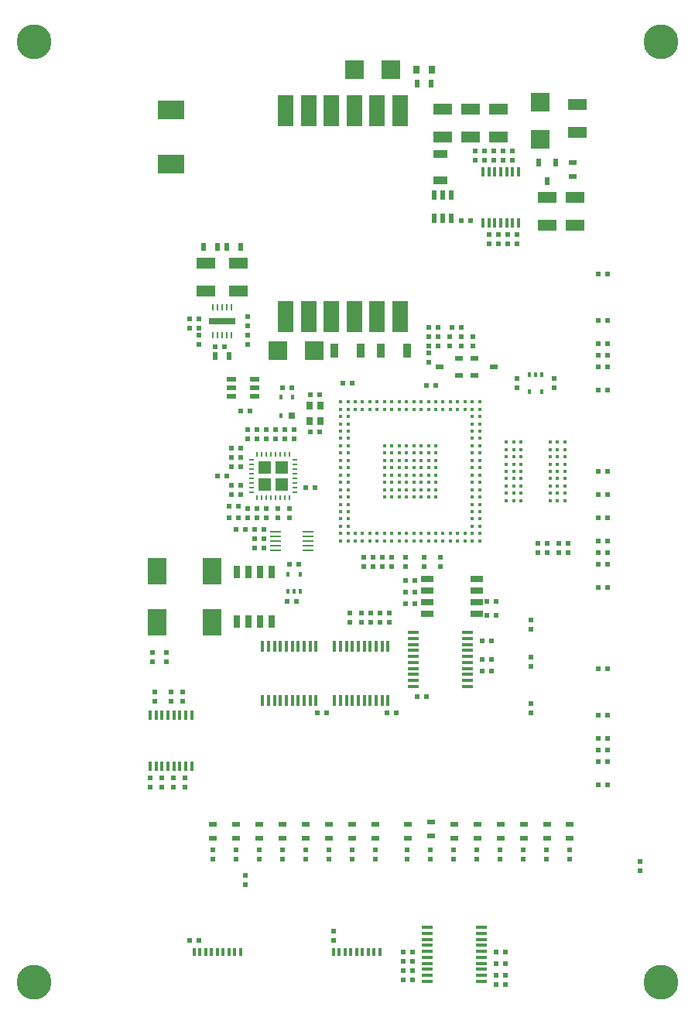
<source format=gtp>
G04 (created by PCBNEW-RS274X (2010-03-14)-final) date Sat 22 Oct 2011 03:19:01 PM EDT*
G01*
G70*
G90*
%MOIN*%
G04 Gerber Fmt 3.4, Leading zero omitted, Abs format*
%FSLAX34Y34*%
G04 APERTURE LIST*
%ADD10C,0.001000*%
%ADD11R,0.019700X0.023600*%
%ADD12R,0.023600X0.019700*%
%ADD13R,0.023600X0.035400*%
%ADD14R,0.082700X0.049200*%
%ADD15C,0.150000*%
%ADD16R,0.078700X0.118100*%
%ADD17R,0.118100X0.078700*%
%ADD18R,0.031500X0.035400*%
%ADD19C,0.015700*%
%ADD20R,0.047200X0.009800*%
%ADD21R,0.010200X0.031500*%
%ADD22R,0.118100X0.029500*%
%ADD23R,0.023600X0.009800*%
%ADD24R,0.009800X0.023600*%
%ADD25R,0.055100X0.055100*%
%ADD26R,0.016500X0.023600*%
%ADD27R,0.031500X0.027600*%
%ADD28R,0.015700X0.023600*%
%ADD29R,0.027600X0.055100*%
%ADD30R,0.023600X0.033500*%
%ADD31R,0.042000X0.023600*%
%ADD32R,0.013800X0.039400*%
%ADD33R,0.051200X0.013800*%
%ADD34R,0.013800X0.051200*%
%ADD35R,0.033500X0.023600*%
%ADD36R,0.055100X0.027600*%
%ADD37R,0.035400X0.023600*%
%ADD38R,0.063000X0.035400*%
%ADD39R,0.013000X0.032000*%
%ADD40R,0.035400X0.063000*%
%ADD41R,0.078700X0.078700*%
%ADD42R,0.027600X0.037400*%
%ADD43R,0.068900X0.135000*%
%ADD44R,0.023600X0.042000*%
G04 APERTURE END LIST*
G54D10*
G54D11*
X00897Y-13300D03*
X00503Y-13300D03*
X00897Y-12900D03*
X00503Y-12900D03*
X00097Y-12500D03*
X-00297Y-12500D03*
X00897Y-12500D03*
X00503Y-12500D03*
X02397Y-14000D03*
X02003Y-14000D03*
G54D12*
X-03900Y-17803D03*
X-03900Y-18197D03*
X-03300Y-18197D03*
X-03300Y-17803D03*
G54D11*
X02297Y-15600D03*
X01903Y-15600D03*
X-02297Y-30200D03*
X-01903Y-30200D03*
X11297Y-31700D03*
X10903Y-31700D03*
X10903Y-30700D03*
X11297Y-30700D03*
G54D12*
X08000Y-04903D03*
X08000Y-05297D03*
X08900Y-04203D03*
X08900Y-04597D03*
G54D11*
X10303Y-17300D03*
X10697Y-17300D03*
X06903Y-31900D03*
X07297Y-31900D03*
G54D12*
X11400Y-00197D03*
X11400Y00197D03*
X17100Y-26803D03*
X17100Y-27197D03*
X09400Y-04203D03*
X09400Y-04597D03*
X10600Y-00197D03*
X10600Y00197D03*
G54D11*
X02097Y-06400D03*
X01703Y-06400D03*
G54D12*
X12400Y-18003D03*
X12400Y-18397D03*
X12400Y-20397D03*
X12400Y-20003D03*
X12400Y-16403D03*
X12400Y-16797D03*
X00200Y-03732D03*
X00200Y-03338D03*
X00200Y-04532D03*
X00200Y-04138D03*
X-01900Y-03438D03*
X-01900Y-03832D03*
X-01900Y-04138D03*
X-01900Y-04532D03*
X-02300Y-03832D03*
X-02300Y-03438D03*
G54D11*
X-00803Y-04635D03*
X-01197Y-04635D03*
X00297Y-07400D03*
X-00097Y-07400D03*
G54D12*
X05690Y-26707D03*
X05690Y-26313D03*
X04690Y-26707D03*
X04690Y-26313D03*
X03690Y-26707D03*
X03690Y-26313D03*
X02690Y-26707D03*
X02690Y-26313D03*
X-04000Y-23597D03*
X-04000Y-23203D03*
X-02500Y-23203D03*
X-02500Y-23597D03*
X-03800Y-19503D03*
X-03800Y-19897D03*
X-03500Y-23203D03*
X-03500Y-23597D03*
X-03000Y-23203D03*
X-03000Y-23597D03*
X01690Y-26707D03*
X01690Y-26313D03*
X00690Y-26707D03*
X00690Y-26313D03*
X-00310Y-26707D03*
X-00310Y-26313D03*
X-01310Y-26707D03*
X-01310Y-26313D03*
G54D11*
X07897Y-19700D03*
X07503Y-19700D03*
X03597Y-20400D03*
X03203Y-20400D03*
X07397Y-15200D03*
X07003Y-15200D03*
X07397Y-14700D03*
X07003Y-14700D03*
X07397Y-15700D03*
X07003Y-15700D03*
X06597Y-20400D03*
X06203Y-20400D03*
G54D12*
X07083Y-26693D03*
X07083Y-26299D03*
X08083Y-26693D03*
X08083Y-26299D03*
X09083Y-26693D03*
X09083Y-26299D03*
X10083Y-26693D03*
X10083Y-26299D03*
X11083Y-26693D03*
X11083Y-26299D03*
X12083Y-26693D03*
X12083Y-26299D03*
X13083Y-26693D03*
X13083Y-26299D03*
X14083Y-26693D03*
X14083Y-26299D03*
X-03100Y-19897D03*
X-03100Y-19503D03*
X-02600Y-19897D03*
X-02600Y-19503D03*
G54D11*
X08297Y-06300D03*
X07903Y-06300D03*
X04697Y-06200D03*
X04303Y-06200D03*
G54D12*
X01000Y-11603D03*
X01000Y-11997D03*
X00600Y-11603D03*
X00600Y-11997D03*
X00200Y-11603D03*
X00200Y-11997D03*
G54D11*
X02703Y-10700D03*
X03097Y-10700D03*
X-00103Y-11000D03*
X-00497Y-11000D03*
G54D12*
X01500Y-11603D03*
X01500Y-11997D03*
G54D11*
X-00103Y-10600D03*
X-00497Y-10600D03*
G54D12*
X02000Y-11603D03*
X02000Y-11997D03*
G54D11*
X-00103Y-09800D03*
X-00497Y-09800D03*
X-00103Y-09400D03*
X-00497Y-09400D03*
G54D12*
X00200Y-08597D03*
X00200Y-08203D03*
G54D11*
X-00497Y-09000D03*
X-00103Y-09000D03*
G54D12*
X02200Y-08203D03*
X02200Y-08597D03*
G54D11*
X-01097Y-10200D03*
X-00703Y-10200D03*
G54D12*
X01400Y-08597D03*
X01400Y-08203D03*
X01800Y-08597D03*
X01800Y-08203D03*
X00600Y-08597D03*
X00600Y-08203D03*
X01000Y-08597D03*
X01000Y-08203D03*
G54D11*
X03297Y-06700D03*
X02903Y-06700D03*
X02903Y-08300D03*
X03297Y-08300D03*
X13997Y-13100D03*
X13603Y-13100D03*
X12703Y-13100D03*
X13097Y-13100D03*
X13997Y-13500D03*
X13603Y-13500D03*
X12703Y-13500D03*
X13097Y-13500D03*
X15697Y-01500D03*
X15303Y-01500D03*
X15697Y-11000D03*
X15303Y-11000D03*
X15697Y-03500D03*
X15303Y-03500D03*
X15697Y-06500D03*
X15303Y-06500D03*
G54D12*
X08500Y-14097D03*
X08500Y-13703D03*
X07800Y-14097D03*
X07800Y-13703D03*
X11800Y-06397D03*
X11800Y-06003D03*
X13400Y-06003D03*
X13400Y-06397D03*
G54D11*
X15697Y-15000D03*
X15303Y-15000D03*
X15697Y-10000D03*
X15303Y-10000D03*
X15697Y-18500D03*
X15303Y-18500D03*
X15697Y-23500D03*
X15303Y-23500D03*
X15697Y-12000D03*
X15303Y-12000D03*
X15697Y-20500D03*
X15303Y-20500D03*
X15697Y-21500D03*
X15303Y-21500D03*
X15697Y-13000D03*
X15303Y-13000D03*
X15697Y-04500D03*
X15303Y-04500D03*
X10503Y-16200D03*
X10897Y-16200D03*
X10503Y-15600D03*
X10897Y-15600D03*
X10303Y-18100D03*
X10697Y-18100D03*
G54D12*
X06300Y-16103D03*
X06300Y-16497D03*
X05900Y-16103D03*
X05900Y-16497D03*
X05500Y-16103D03*
X05500Y-16497D03*
X05100Y-16103D03*
X05100Y-16497D03*
X06000Y-13703D03*
X06000Y-14097D03*
X04600Y-16103D03*
X04600Y-16497D03*
X05600Y-13703D03*
X05600Y-14097D03*
X05200Y-13703D03*
X05200Y-14097D03*
G54D13*
X-01105Y-00335D03*
X-01695Y-00335D03*
X-00695Y-00335D03*
X-00105Y-00335D03*
X-01195Y-05035D03*
X-00605Y-05035D03*
G54D14*
X-01600Y-02235D03*
X-01600Y-01035D03*
X-00200Y-02235D03*
X-00200Y-01035D03*
G54D15*
X18000Y-32000D03*
X-09000Y08500D03*
X18000Y08500D03*
X-09000Y-32000D03*
G54D16*
X-03681Y-14300D03*
X-01319Y-14300D03*
X-03681Y-16500D03*
X-01319Y-16500D03*
G54D17*
X-03100Y05581D03*
X-03100Y03219D03*
G54D18*
X03346Y-07825D03*
X03346Y-07175D03*
X02854Y-07175D03*
X02854Y-07825D03*
G54D19*
X04208Y-12993D03*
X04208Y-12678D03*
X04208Y-12363D03*
X04208Y-12048D03*
X04208Y-11733D03*
X04208Y-11418D03*
X04208Y-11103D03*
X04208Y-10788D03*
X04208Y-10473D03*
X04208Y-10158D03*
X04208Y-09843D03*
X04208Y-09528D03*
X04208Y-09213D03*
X04208Y-08898D03*
X04208Y-08583D03*
X04208Y-08268D03*
X04208Y-07953D03*
X04208Y-07638D03*
X04208Y-07323D03*
X04208Y-07008D03*
X04523Y-12993D03*
X04523Y-12678D03*
X04523Y-12363D03*
X04523Y-12048D03*
X04523Y-11733D03*
X04523Y-11418D03*
X04523Y-11103D03*
X04523Y-10788D03*
X04523Y-10473D03*
X04523Y-10158D03*
X04523Y-09843D03*
X04523Y-09528D03*
X04523Y-09213D03*
X04523Y-08898D03*
X04523Y-08583D03*
X04523Y-08268D03*
X04523Y-07953D03*
X04523Y-07638D03*
X04523Y-07323D03*
X04523Y-07008D03*
X04838Y-12993D03*
X04838Y-12678D03*
X04838Y-07323D03*
X04838Y-07008D03*
X05153Y-12993D03*
X05153Y-12678D03*
X05153Y-07323D03*
X05153Y-07008D03*
X05468Y-12993D03*
X05468Y-12678D03*
X05468Y-07323D03*
X05468Y-07008D03*
X05783Y-12993D03*
X05783Y-12678D03*
X05783Y-07323D03*
X05783Y-07008D03*
X06098Y-12993D03*
X06098Y-12678D03*
X06098Y-11103D03*
X06098Y-10788D03*
X06098Y-10473D03*
X06098Y-10158D03*
X06098Y-09843D03*
X06098Y-09528D03*
X06098Y-09213D03*
X06098Y-08898D03*
X06098Y-07323D03*
X06098Y-07008D03*
X06413Y-12993D03*
X06413Y-12678D03*
X06413Y-11103D03*
X06413Y-10788D03*
X06413Y-10473D03*
X06413Y-10158D03*
X06413Y-09843D03*
X06413Y-09528D03*
X06413Y-09213D03*
X06413Y-08898D03*
X06413Y-07323D03*
X06413Y-07008D03*
X06728Y-12993D03*
X06728Y-12678D03*
X06728Y-11103D03*
X06728Y-10788D03*
X06728Y-10473D03*
X06728Y-10158D03*
X06728Y-09843D03*
X06728Y-09528D03*
X06728Y-09213D03*
X06728Y-08898D03*
X06728Y-07323D03*
X06728Y-07008D03*
X07043Y-12993D03*
X07043Y-12678D03*
X07043Y-11103D03*
X07043Y-10788D03*
X07043Y-10473D03*
X07043Y-10158D03*
X07043Y-09843D03*
X07043Y-09528D03*
X07043Y-09213D03*
X07043Y-08898D03*
X07043Y-07323D03*
X07043Y-07008D03*
X07358Y-12993D03*
X07358Y-12678D03*
X07358Y-11103D03*
X07358Y-10788D03*
X07358Y-10473D03*
X07358Y-10158D03*
X07358Y-09843D03*
X07358Y-09528D03*
X07358Y-09213D03*
X07358Y-08898D03*
X07358Y-07323D03*
X07358Y-07008D03*
X07673Y-12993D03*
X07673Y-12678D03*
X07673Y-11103D03*
X07673Y-10788D03*
X07673Y-10473D03*
X07673Y-10158D03*
X07673Y-09843D03*
X07673Y-09528D03*
X07673Y-09213D03*
X07673Y-08898D03*
X07673Y-07323D03*
X07673Y-07008D03*
X07988Y-12993D03*
X07988Y-12678D03*
X07988Y-11103D03*
X07988Y-10788D03*
X07988Y-10473D03*
X07988Y-10158D03*
X07988Y-09843D03*
X07988Y-09528D03*
X07988Y-09213D03*
X07988Y-08898D03*
X07988Y-07323D03*
X07988Y-07008D03*
X08303Y-12993D03*
X08303Y-12678D03*
X08303Y-11103D03*
X08303Y-10788D03*
X08303Y-10473D03*
X08303Y-10158D03*
X08303Y-09843D03*
X08303Y-09528D03*
X08303Y-09213D03*
X08303Y-08898D03*
X08303Y-07323D03*
X08303Y-07008D03*
X08618Y-12993D03*
X08618Y-12678D03*
X08618Y-07323D03*
X08618Y-07008D03*
X08933Y-12993D03*
X08933Y-12678D03*
X08933Y-07323D03*
X08933Y-07008D03*
X09248Y-12993D03*
X09248Y-12678D03*
X09248Y-07323D03*
X09248Y-07008D03*
X09563Y-12993D03*
X09563Y-12678D03*
X09563Y-07323D03*
X09563Y-07008D03*
X09878Y-12993D03*
X09878Y-12678D03*
X09878Y-07323D03*
X09878Y-07008D03*
X10193Y-12993D03*
X10193Y-12678D03*
X10193Y-12363D03*
X10193Y-12048D03*
X10193Y-11733D03*
X10193Y-11418D03*
X10193Y-11103D03*
X10193Y-10788D03*
X10193Y-10473D03*
X10193Y-10158D03*
X10193Y-09843D03*
X10193Y-09528D03*
X10193Y-09213D03*
X10193Y-08898D03*
X10193Y-08583D03*
X10193Y-08268D03*
X10193Y-07953D03*
X10193Y-07638D03*
X10193Y-07323D03*
X10193Y-07008D03*
X09878Y-12363D03*
X09878Y-12048D03*
X09878Y-11733D03*
X09878Y-11418D03*
X09878Y-11103D03*
X09878Y-10788D03*
X09878Y-10473D03*
X09878Y-10158D03*
X09878Y-09843D03*
X09878Y-09528D03*
X09878Y-09213D03*
X09878Y-08898D03*
X09878Y-08583D03*
X09878Y-08268D03*
X09878Y-07953D03*
X09878Y-07638D03*
G54D20*
X01411Y-12608D03*
X01411Y-12804D03*
X01411Y-13000D03*
X01411Y-13196D03*
X01411Y-13392D03*
X02790Y-13392D03*
X02790Y-13196D03*
X02790Y-13000D03*
X02790Y-12804D03*
X02790Y-12608D03*
G54D21*
X-01294Y-04126D03*
X-01097Y-04126D03*
X-00900Y-04126D03*
X-00703Y-04126D03*
X-00506Y-04126D03*
X-00506Y-02944D03*
X-00703Y-02944D03*
X-00900Y-02944D03*
X-01097Y-02944D03*
X-01294Y-02944D03*
G54D22*
X-00900Y-03535D03*
G54D23*
X00355Y-09511D03*
X00355Y-09708D03*
X00355Y-09905D03*
X00355Y-10102D03*
X00355Y-10298D03*
X00355Y-10495D03*
X00355Y-10692D03*
X00355Y-10889D03*
X02245Y-10889D03*
X02245Y-10692D03*
X02245Y-10495D03*
X02245Y-10298D03*
X02245Y-10102D03*
X02245Y-09905D03*
X02245Y-09708D03*
X02245Y-09511D03*
G54D24*
X00611Y-11145D03*
X00808Y-11145D03*
X01005Y-11145D03*
X01202Y-11145D03*
X01398Y-11145D03*
X01595Y-11145D03*
X01792Y-11145D03*
X01989Y-11145D03*
X01989Y-09255D03*
X01792Y-09255D03*
X01595Y-09255D03*
X01398Y-09255D03*
X01202Y-09255D03*
X01005Y-09255D03*
X00808Y-09255D03*
X00611Y-09255D03*
G54D25*
X00946Y-09846D03*
X00946Y-10554D03*
X01654Y-10554D03*
X01654Y-09846D03*
G54D26*
X01636Y-07584D03*
G54D27*
X02089Y-07584D03*
G54D26*
X02148Y-06796D03*
X01636Y-06796D03*
G54D28*
X01944Y-15174D03*
X02200Y-15174D03*
X02456Y-15174D03*
X02456Y-14426D03*
X01944Y-14426D03*
X12856Y-05826D03*
X12600Y-05826D03*
X12344Y-05826D03*
X12344Y-06574D03*
X12856Y-06574D03*
G54D29*
X01250Y-14337D03*
X00750Y-14337D03*
X00250Y-14337D03*
X-00250Y-14337D03*
X-00250Y-16463D03*
X00250Y-16463D03*
X00750Y-16463D03*
X01250Y-16463D03*
G54D30*
X13100Y02487D03*
X13474Y03313D03*
X12726Y03313D03*
G54D31*
X00512Y-06774D03*
X00512Y-06400D03*
X00512Y-06026D03*
X-00512Y-06026D03*
X-00512Y-06400D03*
X-00512Y-06774D03*
G54D32*
X-03228Y-22702D03*
X-02972Y-22702D03*
X-02716Y-22702D03*
X-02460Y-22702D03*
X-02204Y-22702D03*
X-02204Y-20498D03*
X-02460Y-20498D03*
X-02716Y-20498D03*
X-02972Y-20498D03*
X-03228Y-20498D03*
X-03484Y-20498D03*
X-03740Y-20498D03*
X-03996Y-20498D03*
X-03484Y-22702D03*
X-03740Y-22702D03*
X-03996Y-22702D03*
G54D33*
X09669Y-19252D03*
X09669Y-18996D03*
X09669Y-18740D03*
X09669Y-18484D03*
X09669Y-18228D03*
X09669Y-17972D03*
X09669Y-17716D03*
X09669Y-17460D03*
X09669Y-17204D03*
X09669Y-16948D03*
X07331Y-16948D03*
X07331Y-17204D03*
X07331Y-17460D03*
X07331Y-17716D03*
X07331Y-17972D03*
X07331Y-18228D03*
X07331Y-18484D03*
X07331Y-18740D03*
X07331Y-18996D03*
X07331Y-19252D03*
G54D34*
X03152Y-17531D03*
X02896Y-17531D03*
X02640Y-17531D03*
X02384Y-17531D03*
X02128Y-17531D03*
X01872Y-17531D03*
X01616Y-17531D03*
X01360Y-17531D03*
X01104Y-17531D03*
X00848Y-17531D03*
X00848Y-19869D03*
X01104Y-19869D03*
X01360Y-19869D03*
X01616Y-19869D03*
X01872Y-19869D03*
X02128Y-19869D03*
X02384Y-19869D03*
X02640Y-19869D03*
X02896Y-19869D03*
X03152Y-19869D03*
X06252Y-17531D03*
X05996Y-17531D03*
X05740Y-17531D03*
X05484Y-17531D03*
X05228Y-17531D03*
X04972Y-17531D03*
X04716Y-17531D03*
X04460Y-17531D03*
X04204Y-17531D03*
X03948Y-17531D03*
X03948Y-19869D03*
X04204Y-19869D03*
X04460Y-19869D03*
X04716Y-19869D03*
X04972Y-19869D03*
X05228Y-19869D03*
X05484Y-19869D03*
X05740Y-19869D03*
X05996Y-19869D03*
X06252Y-19869D03*
G54D19*
X13860Y-11260D03*
X13545Y-11260D03*
X13230Y-11260D03*
X11970Y-11260D03*
X11655Y-11260D03*
X11340Y-11260D03*
X13860Y-10945D03*
X13545Y-10945D03*
X13230Y-10945D03*
X11970Y-10945D03*
X11655Y-10945D03*
X11340Y-10945D03*
X13860Y-10630D03*
X13545Y-10630D03*
X13230Y-10630D03*
X11970Y-10630D03*
X11655Y-10630D03*
X11340Y-10630D03*
X13860Y-10315D03*
X13545Y-10315D03*
X13230Y-10315D03*
X11970Y-10315D03*
X11655Y-10315D03*
X11340Y-10315D03*
X13860Y-10000D03*
X13545Y-10000D03*
X13230Y-10000D03*
X11970Y-10000D03*
X11655Y-10000D03*
X11340Y-10000D03*
X13860Y-09685D03*
X13545Y-09685D03*
X13230Y-09685D03*
X11970Y-09685D03*
X11655Y-09685D03*
X11340Y-09685D03*
X13860Y-09370D03*
X13545Y-09370D03*
X13230Y-09370D03*
X11970Y-09370D03*
X11655Y-09370D03*
X11340Y-09370D03*
X13860Y-09055D03*
X13545Y-09055D03*
X13230Y-09055D03*
X11970Y-09055D03*
X11655Y-09055D03*
X11340Y-09055D03*
X13860Y-08740D03*
X13545Y-08740D03*
X13230Y-08740D03*
X11970Y-08740D03*
X11655Y-08740D03*
X11340Y-08740D03*
G54D35*
X08487Y-05500D03*
X09313Y-05874D03*
X09313Y-05126D03*
G54D36*
X07937Y-14650D03*
X07937Y-15150D03*
X07937Y-15650D03*
X07937Y-16150D03*
X10063Y-16150D03*
X10063Y-15650D03*
X10063Y-15150D03*
X10063Y-14650D03*
G54D11*
X15697Y-05000D03*
X15303Y-05000D03*
X15303Y-05500D03*
X15697Y-05500D03*
X15697Y-13500D03*
X15303Y-13500D03*
X15303Y-14000D03*
X15697Y-14000D03*
X15697Y-22000D03*
X15303Y-22000D03*
X15303Y-22500D03*
X15697Y-22500D03*
X10697Y-18600D03*
X10303Y-18600D03*
G54D12*
X10000Y03798D03*
X10000Y03404D03*
X10400Y03798D03*
X10400Y03404D03*
X10800Y03798D03*
X10800Y03404D03*
X11200Y03404D03*
X11200Y03798D03*
X11600Y03404D03*
X11600Y03798D03*
G54D11*
X09403Y00800D03*
X09797Y00800D03*
G54D12*
X08400Y-04597D03*
X08400Y-04203D03*
X09900Y-04203D03*
X09900Y-04597D03*
G54D11*
X09003Y-03800D03*
X09397Y-03800D03*
G54D12*
X08000Y-04203D03*
X08000Y-04597D03*
G54D11*
X08003Y-03800D03*
X08397Y-03800D03*
G54D12*
X11000Y00197D03*
X11000Y-00197D03*
X11800Y00197D03*
X11800Y-00197D03*
G54D11*
X11297Y-31200D03*
X10903Y-31200D03*
X06903Y-30700D03*
X07297Y-30700D03*
X06903Y-31100D03*
X07297Y-31100D03*
X10903Y-32100D03*
X11297Y-32100D03*
X06903Y-31500D03*
X07297Y-31500D03*
G54D12*
X00100Y-27403D03*
X00100Y-27797D03*
G54D13*
X08095Y06700D03*
X07505Y06700D03*
G54D37*
X14200Y02705D03*
X14200Y03295D03*
G54D38*
X08500Y03671D03*
X08500Y02529D03*
G54D37*
X-01300Y-25205D03*
X-01300Y-25795D03*
X-00300Y-25205D03*
X-00300Y-25795D03*
X00700Y-25205D03*
X00700Y-25795D03*
X01700Y-25205D03*
X01700Y-25795D03*
X02700Y-25205D03*
X02700Y-25795D03*
X03700Y-25205D03*
X03700Y-25795D03*
X04700Y-25205D03*
X04700Y-25795D03*
X05700Y-25205D03*
X05700Y-25795D03*
X07100Y-25205D03*
X07100Y-25795D03*
X08100Y-25105D03*
X08100Y-25695D03*
X09100Y-25205D03*
X09100Y-25795D03*
X10100Y-25205D03*
X10100Y-25795D03*
X11100Y-25205D03*
X11100Y-25795D03*
X12100Y-25205D03*
X12100Y-25795D03*
X13100Y-25205D03*
X13100Y-25795D03*
G54D39*
X-02100Y-30700D03*
X-01850Y-30700D03*
X-01600Y-30700D03*
X-01350Y-30700D03*
X-01100Y-30700D03*
X-00850Y-30700D03*
X-00600Y-30700D03*
X-00350Y-30700D03*
X-00100Y-30700D03*
G54D12*
X03900Y-29803D03*
X03900Y-30197D03*
G54D39*
X03900Y-30700D03*
X04150Y-30700D03*
X04400Y-30700D03*
X04650Y-30700D03*
X04900Y-30700D03*
X05150Y-30700D03*
X05400Y-30700D03*
X05650Y-30700D03*
X05900Y-30700D03*
G54D33*
X10269Y-31952D03*
X10269Y-31696D03*
X10269Y-31440D03*
X10269Y-31184D03*
X10269Y-30928D03*
X10269Y-30672D03*
X10269Y-30416D03*
X10269Y-30160D03*
X10269Y-29904D03*
X10269Y-29648D03*
X07931Y-29648D03*
X07931Y-29904D03*
X07931Y-30160D03*
X07931Y-30416D03*
X07931Y-30672D03*
X07931Y-30928D03*
X07931Y-31184D03*
X07931Y-31440D03*
X07931Y-31696D03*
X07931Y-31952D03*
G54D37*
X14083Y-25201D03*
X14083Y-25791D03*
G54D14*
X08600Y05600D03*
X08600Y04400D03*
X13100Y01800D03*
X13100Y00600D03*
X09800Y04400D03*
X09800Y05600D03*
G54D35*
X10813Y-05500D03*
X09987Y-05126D03*
X09987Y-05874D03*
G54D40*
X07071Y-04800D03*
X05929Y-04800D03*
X03929Y-04800D03*
X05071Y-04800D03*
G54D41*
X01513Y-04800D03*
X03087Y-04800D03*
G54D14*
X14300Y01800D03*
X14300Y00600D03*
G54D42*
X08135Y07300D03*
X07465Y07300D03*
G54D41*
X04813Y07300D03*
X06387Y07300D03*
G54D43*
X06761Y05543D03*
X05776Y05543D03*
X04792Y05543D03*
X03808Y05543D03*
X02824Y05543D03*
X01839Y05543D03*
X01839Y-03343D03*
X02824Y-03343D03*
X03808Y-03343D03*
X04792Y-03343D03*
X05776Y-03343D03*
X06761Y-03343D03*
G54D44*
X08226Y00888D03*
X08600Y00888D03*
X08974Y00888D03*
X08974Y01912D03*
X08600Y01912D03*
X08226Y01912D03*
G54D32*
X11100Y00708D03*
X11356Y00708D03*
X11612Y00708D03*
X11868Y00708D03*
X11868Y02893D03*
X11612Y02893D03*
X11356Y02893D03*
X11100Y02893D03*
X10844Y02893D03*
X10588Y02893D03*
X10332Y02893D03*
X10844Y00708D03*
X10588Y00708D03*
X10332Y00708D03*
G54D41*
X12800Y04313D03*
X12800Y05887D03*
G54D14*
X14400Y05800D03*
X14400Y04600D03*
X11000Y04400D03*
X11000Y05600D03*
G54D12*
X07000Y-14097D03*
X07000Y-13703D03*
X06400Y-14097D03*
X06400Y-13703D03*
G54D11*
X-00597Y-11500D03*
X-00203Y-11500D03*
X-00597Y-12000D03*
X-00203Y-12000D03*
M02*

</source>
